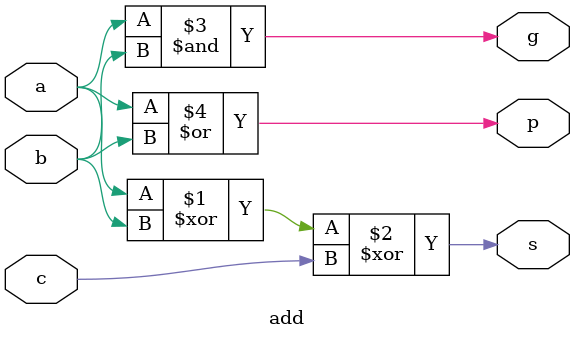
<source format=v>
/************************************************
  The Verilog HDL code example is from the book
  Computer Principles and Design in Verilog HDL
  by Yamin Li, published by A JOHN WILEY & SONS
************************************************/
module add (a, b, c, g, p, s);                   // adder and g, p
    input  a, b, c;                              // inputs:  a, b, c;
    output g, p, s;                              // outputs: g, p, s; 
    assign s = a ^ b ^ c;                        // output: sum of inputs
    assign g = a & b;                            // output: carry generator
    assign p = a | b;                            // output: carry propagator
endmodule

</source>
